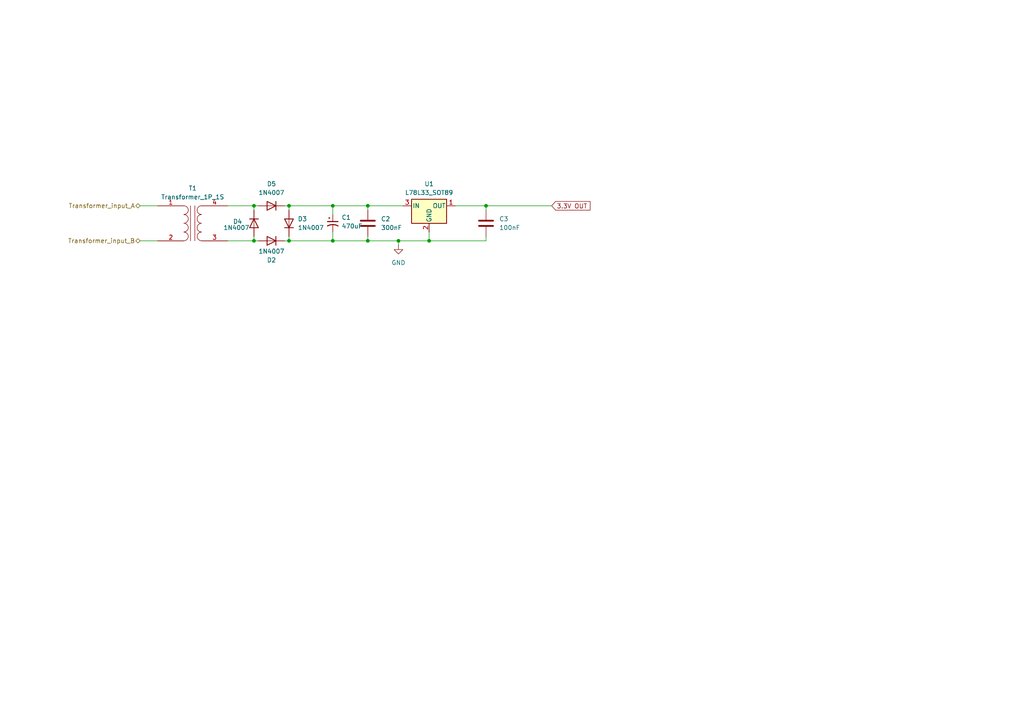
<source format=kicad_sch>
(kicad_sch (version 20250114) (generator "eeschema") (generator_version "9.0")
  (paper "A4")
  (lib_symbols
    (symbol "Device:C" (pin_numbers (hide yes)) (pin_names (offset 0.254))
      (property "Reference" "C" (at 0.635 2.54 0))
      (property "Value" "C" (at 0.635 -2.54 0))
      (symbol "C_0_1"
        (polyline (pts (xy -2.032 0.762) (xy 2.032 0.762)) (stroke (width 0.508)))
        (polyline (pts (xy -2.032 -0.762) (xy 2.032 -0.762)) (stroke (width 0.508)))
      )
      (symbol "C_1_1"
        (pin passive line (at 0 3.81 270) (length 2.794) (name "~") (number "1"))
        (pin passive line (at 0 -3.81 90) (length 2.794) (name "~") (number "2"))
      )
    )
    (symbol "Device:C_Polarized_Small_US" (pin_numbers (hide yes)) (pin_names (offset 0.254) (hide yes))
      (property "Reference" "C" (at 0.254 1.778 0))
      (property "Value" "C_Polarized_Small_US" (at 0.254 -2.032 0))
      (symbol "C_Polarized_Small_US_0_1"
        (polyline (pts (xy -1.524 0.508) (xy 1.524 0.508)) (stroke (width 0.3048)))
        (polyline (pts (xy -1.27 1.524) (xy -0.762 1.524)))
        (polyline (pts (xy -1.016 1.27) (xy -1.016 1.778)))
        (arc (start -1.524 -0.762) (mid 0 -0.3734) (end 1.524 -0.762) (stroke (width 0.3048)))
      )
      (symbol "C_Polarized_Small_US_1_1"
        (pin passive line (at 0 2.54 270) (length 2.032) (name "~") (number "1"))
        (pin passive line (at 0 -2.54 90) (length 2.032) (name "~") (number "2"))
      )
    )
    (symbol "Device:Transformer_1P_1S" (pin_names (offset 1.016) (hide yes))
      (property "Reference" "T" (at 0 6.35 0))
      (property "Value" "Transformer_1P_1S" (at 0 -7.62 0))
      (symbol "Transformer_1P_1S_0_1"
        (arc (start -1.27 3.81) (mid -1.656 2.9336) (end -2.54 2.5654))
        (arc (start -1.27 1.27) (mid -1.656 0.3936) (end -2.54 0.0254))
        (arc (start -1.27 -1.27) (mid -1.656 -2.1464) (end -2.54 -2.5146))
        (arc (start -1.27 -3.81) (mid -1.656 -4.6864) (end -2.54 -5.0546))
        (arc (start -2.54 5.08) (mid -1.642 4.708) (end -1.27 3.81))
        (arc (start -2.54 2.54) (mid -1.642 2.168) (end -1.27 1.27))
        (arc (start -2.54 0) (mid -1.642 -0.372) (end -1.27 -1.27))
        (arc (start -2.54 -2.54) (mid -1.642 -2.912) (end -1.27 -3.81))
        (polyline (pts (xy -0.635 5.08) (xy -0.635 -5.08)))
        (polyline (pts (xy 0.635 -5.08) (xy 0.635 5.08)))
        (arc (start 1.2954 3.81) (mid 1.6457 4.7117) (end 2.54 5.08))
        (arc (start 1.2954 1.27) (mid 1.6457 2.1717) (end 2.54 2.54))
        (arc (start 1.2954 -1.27) (mid 1.6457 -0.3683) (end 2.54 0))
        (arc (start 2.54 2.5654) (mid 1.6599 2.9299) (end 1.2954 3.81))
        (arc (start 2.54 0.0254) (mid 1.6599 0.3899) (end 1.2954 1.27))
        (arc (start 2.54 -2.5146) (mid 1.6599 -2.1501) (end 1.2954 -1.27))
        (arc (start 1.3208 -3.81) (mid 1.6711 -2.9085) (end 2.5654 -2.54))
        (arc (start 2.5654 -5.0546) (mid 1.6851 -4.6902) (end 1.3208 -3.81))
      )
      (symbol "Transformer_1P_1S_1_1"
        (pin passive line (at -10.16 5.08 0) (length 7.62) (name "AA") (number "1"))
        (pin passive line (at -10.16 -5.08 0) (length 7.62) (name "AB") (number "2"))
        (pin passive line (at 10.16 5.08 180) (length 7.62) (name "SB") (number "4"))
        (pin passive line (at 10.16 -5.08 180) (length 7.62) (name "SA") (number "3"))
      )
    )
    (symbol "Diode:1N4007" (pin_numbers (hide yes)) (pin_names (hide yes))
      (property "Reference" "D" (at 0 2.54 0))
      (property "Value" "1N4007" (at 0 -2.54 0))
      (symbol "1N4007_0_1"
        (polyline (pts (xy -1.27 1.27) (xy -1.27 -1.27)) (stroke (width 0.254)))
        (polyline (pts (xy 1.27 1.27) (xy 1.27 -1.27) (xy -1.27 0) (xy 1.27 1.27)) (stroke (width 0.254)))
        (polyline (pts (xy 1.27 0) (xy -1.27 0)))
      )
      (symbol "1N4007_1_1"
        (pin passive line (at -3.81 0 0) (length 2.54) (name "K") (number "1"))
        (pin passive line (at 3.81 0 180) (length 2.54) (name "A") (number "2"))
      )
    )
    (symbol "Regulator_Linear:L78L33_SOT89" (pin_names (offset 0.254))
      (property "Reference" "U" (at -3.81 3.175 0))
      (property "Value" "L78L33_SOT89" (at -0.635 3.175 0))
      (symbol "L78L33_SOT89_0_1"
        (rectangle (start -5.08 1.905) (end 5.08 -5.08) (stroke (width 0.254)) (fill (type background)))
      )
      (symbol "L78L33_SOT89_1_1"
        (pin power_in line (at -7.62 0 0) (length 2.54) (name "IN") (number "3"))
        (pin power_in line (at 0 -7.62 90) (length 2.54) (name "GND") (number "2"))
        (pin power_out line (at 7.62 0 180) (length 2.54) (name "OUT") (number "1"))
      )
    )
    (symbol "power:GND" (power) (pin_numbers (hide yes)) (pin_names (offset 0) (hide yes))
      (property "Value" "GND" (at 0 -3.81 0))
      (symbol "GND_0_1"
        (polyline (pts (xy 0 0) (xy 0 -1.27) (xy 1.27 -1.27) (xy 0 -2.54) (xy -1.27 -1.27) (xy 0 -1.27)))
      )
      (symbol "GND_1_1"
        (pin power_in line (at 0 0 270) (length 0) (name "~") (number "1"))
      )
    )
  )
  (junction (at 115.57 69.85))
  (junction (at 96.52 59.69))
  (junction (at 83.82 69.85))
  (junction (at 124.46 69.85))
  (junction (at 96.52 69.85))
  (junction (at 73.66 69.85))
  (junction (at 106.68 69.85))
  (junction (at 83.82 59.69))
  (junction (at 106.68 59.69))
  (junction (at 140.97 59.69))
  (junction (at 73.66 59.69))
  (wire (pts (xy 66.04 69.85) (xy 73.66 69.85)))
  (wire (pts (xy 140.97 59.69) (xy 140.97 60.96)))
  (wire (pts (xy 73.66 59.69) (xy 74.93 59.69)))
  (wire (pts (xy 73.66 59.69) (xy 73.66 60.96)))
  (wire (pts (xy 106.68 69.85) (xy 115.57 69.85)))
  (wire (pts (xy 124.46 67.31) (xy 124.46 69.85)))
  (wire (pts (xy 96.52 67.31) (xy 96.52 69.85)))
  (wire (pts (xy 82.55 69.85) (xy 83.82 69.85)))
  (wire (pts (xy 73.66 69.85) (xy 74.93 69.85)))
  (wire (pts (xy 106.68 59.69) (xy 116.84 59.69)))
  (wire (pts (xy 83.82 69.85) (xy 96.52 69.85)))
  (wire (pts (xy 96.52 59.69) (xy 96.52 62.23)))
  (wire (pts (xy 40.64 59.69) (xy 45.72 59.69)))
  (wire (pts (xy 140.97 68.58) (xy 140.97 69.85)))
  (wire (pts (xy 40.64 69.85) (xy 45.72 69.85)))
  (wire (pts (xy 106.68 68.58) (xy 106.68 69.85)))
  (wire (pts (xy 83.82 68.58) (xy 83.82 69.85)))
  (wire (pts (xy 83.82 59.69) (xy 83.82 60.96)))
  (wire (pts (xy 106.68 59.69) (xy 106.68 60.96)))
  (wire (pts (xy 83.82 59.69) (xy 96.52 59.69)))
  (wire (pts (xy 96.52 59.69) (xy 106.68 59.69)))
  (wire (pts (xy 132.08 59.69) (xy 140.97 59.69)))
  (wire (pts (xy 140.97 59.69) (xy 160.02 59.69)))
  (wire (pts (xy 124.46 69.85) (xy 140.97 69.85)))
  (wire (pts (xy 73.66 68.58) (xy 73.66 69.85)))
  (wire (pts (xy 96.52 69.85) (xy 106.68 69.85)))
  (wire (pts (xy 115.57 69.85) (xy 115.57 71.12)))
  (wire (pts (xy 115.57 69.85) (xy 124.46 69.85)))
  (wire (pts (xy 66.04 59.69) (xy 73.66 59.69)))
  (wire (pts (xy 82.55 59.69) (xy 83.82 59.69)))
  (global_label "3.3V OUT" (shape input) (at 160.02 59.69 0) (property "Intersheetrefs" "${INTERSHEET_REFS}" (effects (hide yes))))
  (hierarchical_label "Transformer_input_A" (shape bidirectional) (at 40.64 59.69 180))
  (hierarchical_label "Transformer_input_B" (shape bidirectional) (at 40.64 69.85 180))
  (symbol (lib_id "Device:C_Polarized_Small_US") (at 96.52 64.77 0) (unit 1)
    (property "Reference" "C1" (at 99.06 63.0681 0) (effects (justify left)))
    (property "Value" "470uF" (at 99.06 65.6081 0) (effects (justify left)))
    (property "Description" "Polarized capacitor, small US symbol" (effects (hide yes)))
  )
  (symbol (lib_id "Diode:1N4007") (at 73.66 64.77 270) (unit 1)
    (property "Reference" "D4" (at 67.564 64.262 90) (effects (justify left)))
    (property "Value" "1N4007" (at 64.77 66.04 90) (effects (justify left)))
    (property "Footprint" "1N4007FLTR:SODFL3618X110N" (effects (hide yes)))
    (property "Datasheet" "http://www.vishay.com/docs/88503/1n4001.pdf" (effects (hide yes)))
    (property "Description" "1000V 1A General Purpose Rectifier Diode, DO-41" (effects (hide yes)))
    (property "Sim.Device" "D" (effects (hide yes)))
    (property "Sim.Pins" "1=K 2=A" (effects (hide yes)))
  )
  (symbol (lib_id "Diode:1N4007") (at 83.82 64.77 90) (unit 1)
    (property "Reference" "D3" (at 86.36 63.4999 90) (effects (justify right)))
    (property "Value" "1N4007" (at 86.36 66.0399 90) (effects (justify right)))
    (property "Footprint" "1N4007FLTR:SODFL3618X110N" (effects (hide yes)))
    (property "Datasheet" "http://www.vishay.com/docs/88503/1n4001.pdf" (effects (hide yes)))
    (property "Description" "1000V 1A General Purpose Rectifier Diode, DO-41" (effects (hide yes)))
    (property "Sim.Device" "D" (effects (hide yes)))
    (property "Sim.Pins" "1=K 2=A" (effects (hide yes)))
  )
  (symbol (lib_id "Device:C") (at 106.68 64.77 0) (unit 1)
    (property "Reference" "C2" (at 110.49 63.4999 0) (effects (justify left)))
    (property "Value" "300nF" (at 110.49 66.0399 0) (effects (justify left)))
    (property "Description" "Unpolarized capacitor" (effects (hide yes)))
  )
  (symbol (lib_id "Regulator_Linear:L78L33_SOT89") (at 124.46 59.69 0) (unit 1)
    (property "Reference" "U1" (at 124.46 53.34 0))
    (property "Value" "L78L33_SOT89" (at 124.46 55.88 0))
    (property "Footprint" "Package_TO_SOT_SMD:SOT-89-3" (effects (hide yes)))
    (property "Datasheet" "http://www.st.com/content/ccc/resource/technical/document/datasheet/15/55/e5/aa/23/5b/43/fd/CD00000446.pdf/files/CD00000446.pdf/jcr:content/translations/en.CD00000446.pdf" (effects (hide yes)))
    (property "Description" "Positive 100mA 30V Linear Regulator, Fixed Output 3.3V, SOT-89" (effects (hide yes)))
  )
  (symbol (lib_id "Diode:1N4007") (at 78.74 59.69 180) (unit 1)
    (property "Reference" "D5" (at 78.74 53.34 0))
    (property "Value" "1N4007" (at 78.74 55.88 0))
    (property "Footprint" "1N4007FLTR:SODFL3618X110N" (effects (hide yes)))
    (property "Datasheet" "http://www.vishay.com/docs/88503/1n4001.pdf" (effects (hide yes)))
    (property "Description" "1000V 1A General Purpose Rectifier Diode, DO-41" (effects (hide yes)))
    (property "Sim.Device" "D" (effects (hide yes)))
    (property "Sim.Pins" "1=K 2=A" (effects (hide yes)))
  )
  (symbol (lib_id "power:GND") (at 115.57 71.12 0) (unit 1)
    (property "Reference" "#PWR01" (effects (hide yes)))
    (property "Value" "GND" (at 115.57 76.2 0))
    (property "Description" "Power symbol creates a global label with name \"GND\" , ground" (effects (hide yes)))
  )
  (symbol (lib_id "Diode:1N4007") (at 78.74 69.85 180) (unit 1)
    (property "Reference" "D2" (at 78.74 75.438 0))
    (property "Value" "1N4007" (at 78.74 72.898 0))
    (property "Footprint" "1N4007FLTR:SODFL3618X110N" (effects (hide yes)))
    (property "Datasheet" "http://www.vishay.com/docs/88503/1n4001.pdf" (effects (hide yes)))
    (property "Description" "1000V 1A General Purpose Rectifier Diode, DO-41" (effects (hide yes)))
    (property "Sim.Device" "D" (effects (hide yes)))
    (property "Sim.Pins" "1=K 2=A" (effects (hide yes)))
  )
  (symbol (lib_id "Device:Transformer_1P_1S") (at 55.88 64.77 0) (unit 1)
    (property "Reference" "T1" (at 55.8927 54.61 0))
    (property "Value" "Transformer_1P_1S" (at 55.8927 57.15 0))
    (property "Description" "Transformer, single primary, single secondary" (effects (hide yes)))
  )
  (symbol (lib_id "Device:C") (at 140.97 64.77 0) (unit 1)
    (property "Reference" "C3" (at 144.78 63.4999 0) (effects (justify left)))
    (property "Value" "100nF" (at 144.78 66.0399 0) (effects (justify left)))
    (property "Description" "Unpolarized capacitor" (effects (hide yes)))
  )
)
</source>
